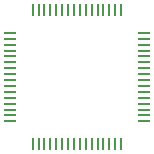
<source format=gtp>
%TF.GenerationSoftware,KiCad,Pcbnew,(5.1.6-0-10_14)*%
%TF.CreationDate,2021-10-16T06:26:27+09:00*%
%TF.ProjectId,fiber_laser_test,66696265-725f-46c6-9173-65725f746573,rev?*%
%TF.SameCoordinates,Original*%
%TF.FileFunction,Paste,Top*%
%TF.FilePolarity,Positive*%
%FSLAX46Y46*%
G04 Gerber Fmt 4.6, Leading zero omitted, Abs format (unit mm)*
G04 Created by KiCad (PCBNEW (5.1.6-0-10_14)) date 2021-10-16 06:26:27*
%MOMM*%
%LPD*%
G01*
G04 APERTURE LIST*
%ADD10R,0.250000X1.000000*%
%ADD11R,1.000000X0.250000*%
G04 APERTURE END LIST*
D10*
%TO.C,U1*%
X179763001Y-59070000D03*
X180263001Y-59070000D03*
X180763001Y-59070000D03*
X181263001Y-59070000D03*
X181763001Y-59070000D03*
X182263001Y-59070000D03*
X182763001Y-59070000D03*
X183263001Y-59070000D03*
X183763001Y-59070000D03*
X184263001Y-59070000D03*
X184763001Y-59070000D03*
X185263001Y-59070000D03*
X185763001Y-59070000D03*
X186263001Y-59070000D03*
X186763001Y-59070000D03*
X187263001Y-59070000D03*
D11*
X189213001Y-61020000D03*
X189213001Y-61520000D03*
X189213001Y-62020000D03*
X189213001Y-62520000D03*
X189213001Y-63020000D03*
X189213001Y-63520000D03*
X189213001Y-64020000D03*
X189213001Y-64520000D03*
X189213001Y-65020000D03*
X189213001Y-65520000D03*
X189213001Y-66020000D03*
X189213001Y-66520000D03*
X189213001Y-67020000D03*
X189213001Y-67520000D03*
X189213001Y-68020000D03*
X189213001Y-68520000D03*
D10*
X187263001Y-70470000D03*
X186763001Y-70470000D03*
X186263001Y-70470000D03*
X185763001Y-70470000D03*
X185263001Y-70470000D03*
X184763001Y-70470000D03*
X184263001Y-70470000D03*
X183763001Y-70470000D03*
X183263001Y-70470000D03*
X182763001Y-70470000D03*
X182263001Y-70470000D03*
X181763001Y-70470000D03*
X181263001Y-70470000D03*
X180763001Y-70470000D03*
X180263001Y-70470000D03*
X179763001Y-70470000D03*
D11*
X177813001Y-68520000D03*
X177813001Y-68020000D03*
X177813001Y-67520000D03*
X177813001Y-67020000D03*
X177813001Y-66520000D03*
X177813001Y-66020000D03*
X177813001Y-65520000D03*
X177813001Y-65020000D03*
X177813001Y-64520000D03*
X177813001Y-64020000D03*
X177813001Y-63520000D03*
X177813001Y-63020000D03*
X177813001Y-62520000D03*
X177813001Y-62020000D03*
X177813001Y-61520000D03*
X177813001Y-61020000D03*
%TD*%
M02*

</source>
